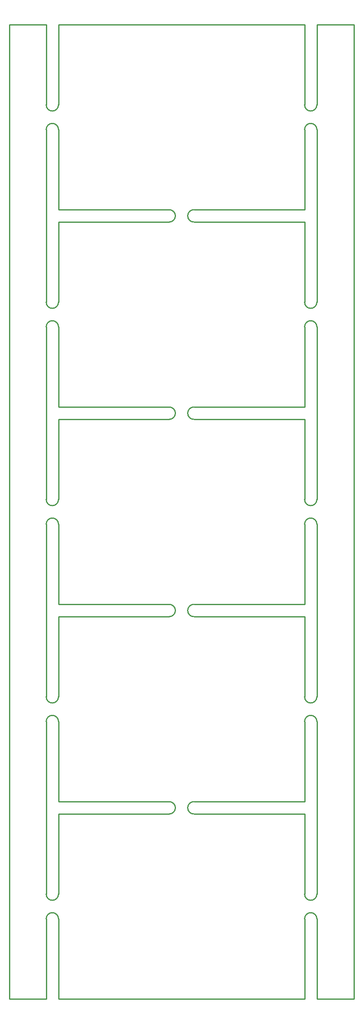
<source format=gbr>
G04 start of page 4 for group 2 idx 2 *
G04 Title: (unknown), outline *
G04 Creator: pcb 4.0.2 *
G04 CreationDate: Sun Oct 16 03:19:17 2022 UTC *
G04 For: ndholmes *
G04 Format: Gerber/RS-274X *
G04 PCB-Dimensions (mil): 3000.00 8100.00 *
G04 PCB-Coordinate-Origin: lower left *
%MOIN*%
%FSLAX25Y25*%
%LNOUTLINE*%
%ADD49C,0.0100*%
G54D49*X10000Y800000D02*X40000D01*
Y735000D01*
Y715000D02*Y575000D01*
X250000Y555000D02*Y490000D01*
X260000Y715000D02*Y575000D01*
X50000Y800000D02*X250000D01*
X160000Y640000D02*X250000D01*
Y490000D02*X160000D01*
X250000Y650000D02*X160000D01*
X50000D02*X140000D01*
X50000Y640000D02*X140000D01*
X50000Y490000D02*X140000D01*
X260000Y800000D02*X290000D01*
X250000D02*Y735000D01*
X260000Y800000D02*Y735000D01*
X250000Y640000D02*Y575000D01*
Y715000D02*Y650000D01*
X50000Y735000D02*Y800000D01*
Y575000D02*Y640000D01*
Y715000D02*Y650000D01*
X290000Y800000D02*Y10000D01*
X250000Y480000D02*Y415000D01*
Y395000D02*Y330000D01*
X260000Y555000D02*Y415000D01*
Y235000D02*Y95000D01*
Y75000D02*Y10000D01*
Y395000D02*Y255000D01*
X160000Y480000D02*X250000D01*
X160000Y320000D02*X250000D01*
Y330000D02*X160000D01*
X50000Y320000D02*X140000D01*
X50000Y330000D02*X140000D01*
X250000Y170000D02*X160000D01*
X50000D02*X140000D01*
X50000Y160000D02*X140000D01*
X50000Y255000D02*Y320000D01*
Y95000D02*Y160000D01*
Y235000D02*Y170000D01*
X40000Y10000D02*X10000D01*
Y800000D01*
X40000Y555000D02*Y415000D01*
Y395000D02*Y255000D01*
Y235000D02*Y95000D01*
Y75000D02*Y10000D01*
X50000Y415000D02*Y480000D01*
Y555000D02*Y490000D01*
Y395000D02*Y330000D01*
Y480000D02*X140000D01*
X290000Y10000D02*X260000D01*
X250000Y320000D02*Y255000D01*
Y160000D02*Y95000D01*
X50000Y75000D02*Y10000D01*
X250000D02*X50000D01*
X250000Y235000D02*Y170000D01*
Y75000D02*Y10000D01*
X160000Y160000D02*X250000D01*
X45000Y570000D02*G75*G03X50000Y575000I0J5000D01*G01*
X45000Y570000D02*G75*G02X40000Y575000I0J5000D01*G01*
X45000Y730000D02*G75*G02X40000Y735000I0J5000D01*G01*
X45000Y730000D02*G75*G03X50000Y735000I0J5000D01*G01*
X45000Y720000D02*G75*G03X40000Y715000I0J-5000D01*G01*
X45000Y720000D02*G75*G02X50000Y715000I0J-5000D01*G01*
X45000Y560000D02*G75*G02X50000Y555000I0J-5000D01*G01*
X45000Y560000D02*G75*G03X40000Y555000I0J-5000D01*G01*
X45000Y90000D02*G75*G03X50000Y95000I0J5000D01*G01*
X45000Y80000D02*G75*G02X50000Y75000I0J-5000D01*G01*
X45000Y80000D02*G75*G03X40000Y75000I0J-5000D01*G01*
X45000Y90000D02*G75*G02X40000Y95000I0J5000D01*G01*
X255000Y570000D02*G75*G02X250000Y575000I0J5000D01*G01*
X255000Y570000D02*G75*G03X260000Y575000I0J5000D01*G01*
X255000Y560000D02*G75*G03X250000Y555000I0J-5000D01*G01*
X255000Y560000D02*G75*G02X260000Y555000I0J-5000D01*G01*
X255000Y730000D02*G75*G02X250000Y735000I0J5000D01*G01*
X255000Y730000D02*G75*G03X260000Y735000I0J5000D01*G01*
X255000Y720000D02*G75*G03X250000Y715000I0J-5000D01*G01*
X255000Y720000D02*G75*G02X260000Y715000I0J-5000D01*G01*
X255000Y250000D02*G75*G02X250000Y255000I0J5000D01*G01*
X255000Y250000D02*G75*G03X260000Y255000I0J5000D01*G01*
X255000Y240000D02*G75*G03X250000Y235000I0J-5000D01*G01*
X255000Y90000D02*G75*G02X250000Y95000I0J5000D01*G01*
X255000Y90000D02*G75*G03X260000Y95000I0J5000D01*G01*
X255000Y80000D02*G75*G03X250000Y75000I0J-5000D01*G01*
X255000Y80000D02*G75*G02X260000Y75000I0J-5000D01*G01*
X255000Y240000D02*G75*G02X260000Y235000I0J-5000D01*G01*
X255000Y410000D02*G75*G02X250000Y415000I0J5000D01*G01*
X255000Y410000D02*G75*G03X260000Y415000I0J5000D01*G01*
X255000Y400000D02*G75*G03X250000Y395000I0J-5000D01*G01*
X255000Y400000D02*G75*G02X260000Y395000I0J-5000D01*G01*
X155000Y645000D02*G75*G03X160000Y640000I5000J0D01*G01*
X155000Y485000D02*G75*G03X160000Y480000I5000J0D01*G01*
X155000Y485000D02*G75*G02X160000Y490000I5000J0D01*G01*
X155000Y645000D02*G75*G02X160000Y650000I5000J0D01*G01*
X145000Y645000D02*G75*G02X140000Y640000I-5000J0D01*G01*
X145000Y645000D02*G75*G03X140000Y650000I-5000J0D01*G01*
X145000Y485000D02*G75*G02X140000Y480000I-5000J0D01*G01*
X145000Y485000D02*G75*G03X140000Y490000I-5000J0D01*G01*
X145000Y325000D02*G75*G02X140000Y320000I-5000J0D01*G01*
X145000Y325000D02*G75*G03X140000Y330000I-5000J0D01*G01*
X45000Y410000D02*G75*G03X50000Y415000I0J5000D01*G01*
X45000Y410000D02*G75*G02X40000Y415000I0J5000D01*G01*
X45000Y400000D02*G75*G02X50000Y395000I0J-5000D01*G01*
X45000Y400000D02*G75*G03X40000Y395000I0J-5000D01*G01*
X45000Y250000D02*G75*G03X50000Y255000I0J5000D01*G01*
X45000Y250000D02*G75*G02X40000Y255000I0J5000D01*G01*
X45000Y240000D02*G75*G02X50000Y235000I0J-5000D01*G01*
X45000Y240000D02*G75*G03X40000Y235000I0J-5000D01*G01*
X155000Y325000D02*G75*G03X160000Y320000I5000J0D01*G01*
X155000Y325000D02*G75*G02X160000Y330000I5000J0D01*G01*
X155000Y165000D02*G75*G03X160000Y160000I5000J0D01*G01*
X155000Y165000D02*G75*G02X160000Y170000I5000J0D01*G01*
X145000Y165000D02*G75*G02X140000Y160000I-5000J0D01*G01*
X145000Y165000D02*G75*G03X140000Y170000I-5000J0D01*G01*
M02*

</source>
